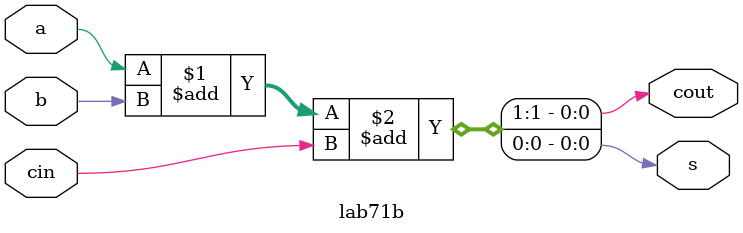
<source format=v>
`timescale 1ns / 1ps
module lab71b(input a, b, cin, output cout, s);
assign {cout, s} = a + b + cin;
endmodule
</source>
